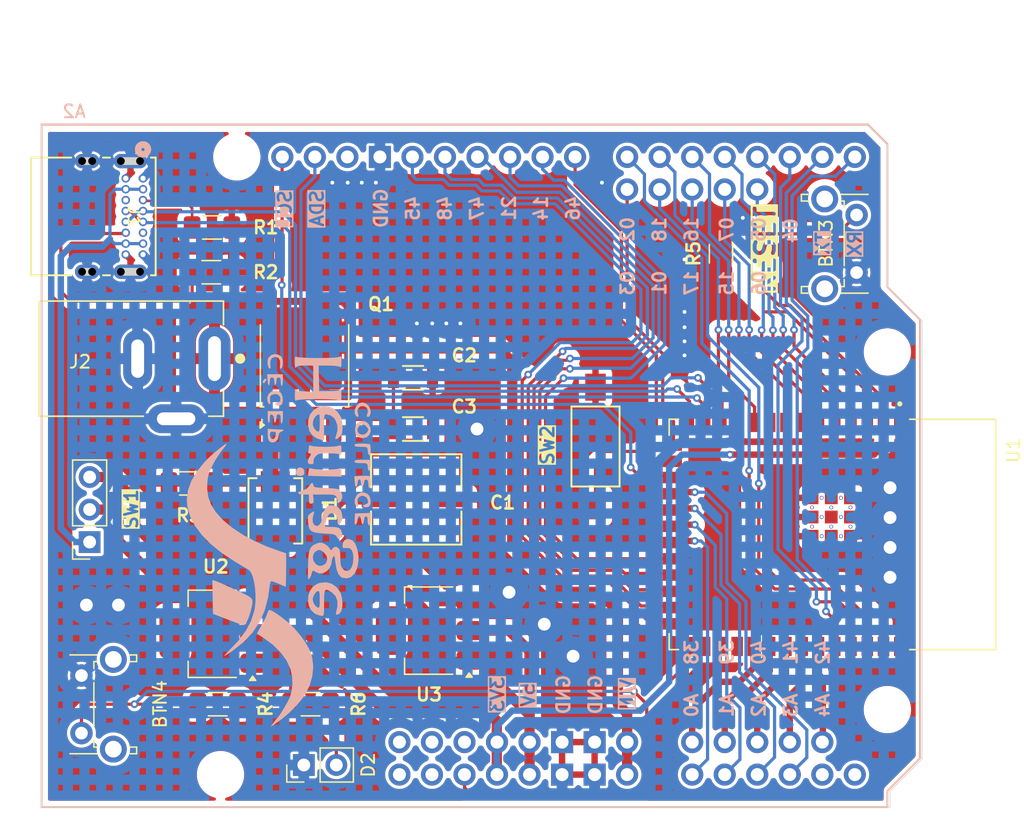
<source format=kicad_pcb>
(kicad_pcb (version 20241229) (generator "pcbnew") (generator_version "9.0")
  (layers (0 "F.Cu" signal) (2 "B.Cu" signal) (13 "F.Paste" user) (15 "B.Paste" user) (5 "F.SilkS" user "F.Silkscreen") (7 "B.SilkS" user "B.Silkscreen") (1 "F.Mask" user) (3 "B.Mask" user) (25 "Edge.Cuts" user))
  (net 0 "")
  (net 1 "+5V")
  (net 2 "+3V3")
  (net 3 "/GPIO7")
  (net 4 "/GPIO4")
  (net 5 "USB_D-")
  (net 7 "/GPIO38")
  (net 8 "/GPIO3")
  (net 9 "/GPIO40")
  (net 10 "/GPIO39")
  (net 11 "/GPIO16")
  (net 12 "/GPIO21")
  (net 13 "/GPIO45")
  (net 14 "/A0")
  (net 15 "/GPIO17")
  (net 16 "/GPIO6")
  (net 18 "/GPIO14")
  (net 19 "/GPIO48")
  (net 20 "/A3")
  (net 22 "/GPIO1")
  (net 23 "/GPIO18")
  (net 24 "/GPIO15")
  (net 26 "/GPIO41")
  (net 27 "/GPIO5")
  (net 28 "/GPIO47")
  (net 29 "/A1")
  (net 30 "/GPIO2")
  (net 31 "/GPIO46")
  (net 32 "/~{RESET}")
  (net 33 "/A2")
  (net 34 "VUSB")
  (net 35 "GND")
  (net 36 "USB_D+")
  (net 38 "/CC1")
  (net 39 "/CC2")
  (net 41 "/G")
  (net 42 "VIN")
  (net 43 "/A4")
  (net 44 "/A5")
  (net 45 "/TX")
  (net 46 "/RX")
  (net 47 "/SDA")
  (net 48 "/SCL")
  (net 49 "VDC")
  (net 50 "/GPIO42")
  (net 52 "Net-(D2-A)")
  (net 53 "Net-(SW1-B)")
  (net 54 "/BOOT")
  (footprint "Alexander Footprint Library:C_CAP_CL31_SAM" (layer "F.Cu") (at 139 119.25)
    (property "Reference" "C2")
    (property "Value" "10uF")
  )
  (footprint "Package_TO_SOT_SMD:TO-252-2" (layer "F.Cu") (at 130.53 118.21 90)
    (property "Reference" "Q1")
    (property "Value" "DMP6180SK3")
  )
  (footprint "Resistor_SMD:R_1206_3216Metric_Pad1.30x1.75mm_HandSolder" (layer "F.Cu") (at 131 144.75)
    (property "Reference" "R6")
    (property "Value" "470")
  )
  (footprint "Alexander Footprint Library:CAP_A765EB_KEM" (layer "F.Cu") (at 139.25 128.75)
    (property "Reference" "C1")
    (property "Value" "100uF")
  )
  (footprint "Alexander Footprint Library:SWITCH_FSMSMTR_TYC" (layer "F.Cu") (at 153.25 129.25 90)
    (property "Reference" "SW2")
    (property "Value" "SW")
  )
  (footprint "Resistor_SMD:R_1206_3216Metric_Pad1.30x1.75mm_HandSolder" (layer "F.Cu") (at 163.05 109.55 90)
    (property "Reference" "R5")
    (property "Value" "10k")
  )
  (footprint "Alexander Footprint Library:Arduino Uno X" (layer "F.Cu") (at 110 152.79)
    (property "Reference" "A2")
    (property "Value" "Arduino_Uno_X_Shield")
    (fp_line (start 0 -53.25) (end 64.5 -53.25) (stroke (width 0.05)) (layer "Edge.Cuts"))
    (fp_line (start 0 0) (end 0 -53.25) (stroke (width 0.05)) (layer "Edge.Cuts"))
    (fp_line (start 64.5 -53.25) (end 66 -51.75) (stroke (width 0.05)) (layer "Edge.Cuts"))
    (fp_line (start 66 -51.75) (end 66 -40.75) (stroke (width 0.05)) (layer "Edge.Cuts"))
    (fp_line (start 66 -40.75) (end 68.75 -38) (stroke (width 0.05)) (layer "Edge.Cuts"))
    (fp_line (start 66.25 -1.25) (end 66.25 0) (stroke (width 0.05)) (layer "Edge.Cuts"))
    (fp_line (start 66.25 0) (end 0 0) (stroke (width 0.05)) (layer "Edge.Cuts"))
    (fp_line (start 68.75 -38) (end 68.75 -3.75) (stroke (width 0.05)) (layer "Edge.Cuts"))
    (fp_line (start 68.75 -3.75) (end 66.25 -1.25) (stroke (width 0.05)) (layer "Edge.Cuts"))
  )
  (footprint "Connector_PinHeader_2.54mm:PinHeader_1x02_P2.54mm_Vertical" (layer "F.Cu") (at 130.475 149.5 90)
    (property "Reference" "D2")
    (property "Value" "LED")
  )
  (footprint "Package_TO_SOT_SMD:SOT-223" (layer "F.Cu") (at 140.25 139 180)
    (property "Reference" "U3")
    (property "Value" "AMS1117-5V")
  )
  (footprint "Resistor_SMD:R_1206_3216Metric_Pad1.30x1.75mm_HandSolder" (layer "F.Cu") (at 123.3 107.5)
    (property "Reference" "R1" (hide yes))
    (property "Value" "5K1")
  )
  (footprint "PinSocker 2.54mm:PinSocket_1x03_P2.54mm_Vertical" (layer "F.Cu") (at 113.75 132.08 180)
    (property "Reference" "SW1")
    (property "Value" "SW_SPDT")
  )
  (footprint "Package_TO_SOT_SMD:SOT-223" (layer "F.Cu") (at 123.35 139.25 180)
    (property "Reference" "U2")
    (property "Value" "LM1117MP-3.3")
  )
  (footprint "Alexander Footprint Library:ESP32-S3-WROOM-2-N32R8V" (layer "F.Cu") (at 171.75 131.485 -90)
    (property "Reference" "U1")
    (property "Value" "ESP32-S3-WROOM-1")
  )
  (footprint "Resistor_SMD:R_1206_3216Metric_Pad1.30x1.75mm_HandSolder" (layer "F.Cu") (at 123.75 144.75 180)
    (property "Reference" "R4")
    (property "Value" "10k")
  )
  (footprint "Alexander Footprint Library:Jack-Barrel_CUI_PJ-002B" (layer "F.Cu") (at 123.5 117.75 180)
    (property "Reference" "J2")
    (property "Value" "Barrel_Jack_Switch")
  )
  (footprint "Button_Switch_THT:SW_Tactile_SPST_Angled_PTS645Vx31-2LFS" (layer "F.Cu") (at 173.6375 106.525 -90)
    (property "Reference" "BTN3")
    (property "Value" "RST")
  )
  (footprint "Button_Switch_THT:SW_Tactile_SPST_Angled_PTS645Vx31-2LFS" (layer "F.Cu") (at 113.11 147.01 90)
    (property "Reference" "BTN4")
    (property "Value" "BOOT")
  )
  (footprint "Alexander Footprint Library:C_CAP_CL31_SAM" (layer "F.Cu") (at 139 123.25 180)
    (property "Reference" "C3")
    (property "Value" "1uF")
  )
  (footprint "Resistor_SMD:R_1206_3216Metric_Pad1.30x1.75mm_HandSolder" (layer "F.Cu") (at 123.25 111)
    (property "Reference" "R2")
    (property "Value" "5K1")
  )
  (footprint "Resistor_SMD:R_1206_3216Metric_Pad1.30x1.75mm_HandSolder" (layer "F.Cu") (at 121.5 127.5 180)
    (property "Reference" "R3")
    (property "Value" "10k")
  )
  (footprint "Alexander Footprint Library:USB-C_GCT CONN16_USB4085-GF-A" (layer "F.Cu") (at 117.917566 103.664444 -90)
    (property "Reference" "J1")
    (property "Value" "USB-C_Receptacle_Data_16P_GCT-USB4085")
    (fp_line (start -1.349985 4.7587) (end -1.349985 3.9713) (stroke (width 0.6096)) (layer "Edge.Cuts"))
    (fp_line (start 7.299985 4.7587) (end 7.299985 3.9713) (stroke (width 0.6096)) (layer "Edge.Cuts"))
    (fp_line (start -1.35 1.729301) (end -1.35 0.230701) (stroke (width 0.6096)) (layer "Edge.Cuts"))
    (fp_line (start 7.299985 1.7293) (end 7.299985 0.2307) (stroke (width 0.6096)) (layer "Edge.Cuts"))
  )
  (footprint "Alexander Footprint Library:ZDO_SMB_DO-214AA_CIP" (layer "F.Cu") (at 128.25 129.6444 90)
    (property "Reference" "D1")
    (property "Value" "MMSZ52xxB")
  )
  (footprint "Alexander Footprint Library:heritage-logo" (layer "B.Cu") (at 128.5 131.5 -90)
    (property "Reference" "TXT1" (hide yes))
    (property "Value" "~" (hide yes))
  )
  (gr_text "RESET" (at 166.5 109.25 90) (layer "F.SilkS" knockout) (effects (font (size 1.5 1.5) (thickness 0.3) (bold yes))))
  (gr_text "R1" (at 127.5 107.5 0) (layer "F.SilkS") (effects (font (size 1 1) (thickness 0.2) (bold yes))))
  (gr_text "46" (at 151.5 106 90) (layer "B.SilkS") (effects (font (size 1 1) (thickness 0.2) (bold yes)) (justify mirror)))
  (gr_text "16   17" (at 160.75 109.75 90) (layer "B.SilkS") (effects (font (size 1 1) (thickness 0.2) (bold yes)) (justify mirror)))
  (gr_text "3V3" (at 145.6 144 90) (layer "B.SilkS" knockout) (effects (font (size 1 1) (thickness 0.2) (bold yes)) (justify mirror)))
  (gr_text "47" (at 144 106 90) (layer "B.SilkS") (effects (font (size 1 1) (thickness 0.2) (bold yes)) (justify mirror)))
  (gr_text "5V" (at 148 143.999999 90) (layer "B.SilkS" knockout) (effects (font (size 1 1) (thickness 0.2) (bold yes)) (justify mirror)))
  (gr_text "07   15" (at 163.5 109.75 90) (layer "B.SilkS") (effects (font (size 1 1) (thickness 0.2) (bold yes)) (justify mirror)))
  (gr_text "GND" (at 150.75 144 90) (layer "B.SilkS") (effects (font (size 1 1) (thickness 0.2) (bold yes)) (justify mirror)))
  (gr_text "SCL" (at 129 106 90) (layer "B.SilkS" knockout) (effects (font (size 1 1) (thickness 0.2) (bold yes)) (justify mirror)))
  (gr_text "02   03" (at 155.75 109.75 90) (layer "B.SilkS") (effects (font (size 1 1) (thickness 0.2) (bold yes)) (justify mirror)))
  (gr_text "05   06" (at 166 109.75 90) (layer "B.SilkS") (effects (font (size 1 1) (thickness 0.2) (bold yes)) (justify mirror)))
  (gr_text "GND" (at 136.5 106 90) (layer "B.SilkS") (effects (font (size 1 1) (thickness 0.2) (bold yes)) (justify mirror)))
  (gr_text "41   A3" (at 168.5 142.75 90) (layer "B.SilkS") (effects (font (size 1 1) (thickness 0.2) (bold yes)) (justify mirror)))
  (gr_text "45" (at 139 106 90) (layer "B.SilkS") (effects (font (size 1 1) (thickness 0.2) (bold yes)) (justify mirror)))
  (gr_text "SDA" (at 131.5 106 90) (layer "B.SilkS" knockout) (effects (font (size 1 1) (thickness 0.2) (bold yes)) (justify mirror)))
  (gr_text "48" (at 141.5 106 90) (layer "B.SilkS") (effects (font (size 1 1) (thickness 0.2) (bold yes)) (justify mirror)))
  (gr_text "21" (at 146.5 106 90) (layer "B.SilkS") (effects (font (size 1 1) (thickness 0.2) (bold yes)) (justify mirror)))
  (gr_text "18   01" (at 158.25 109.75 90) (layer "B.SilkS") (effects (font (size 1 1) (thickness 0.2) (bold yes)) (justify mirror)))
  (gr_text "14" (at 149 106 90) (layer "B.SilkS") (effects (font (size 1 1) (thickness 0.2) (bold yes)) (justify mirror)))
  (gr_text "39   A1" (at 163.5 142.75 90) (layer "B.SilkS") (effects (font (size 1 1) (thickness 0.2) (bold yes)) (justify mirror)))
  (gr_text "TX" (at 171 108.75 90) (layer "B.SilkS" knockout) (effects (font (size 1 1) (thickness 0.2) (bold yes)) (justify mirror)))
  (gr_text "42   A4" (at 171 142.75 90) (layer "B.SilkS") (effects (font (size 1 1) (thickness 0.2) (bold yes)) (justify mirror)))
  (gr_text "40   A2" (at 166 142.75 90) (layer "B.SilkS") (effects (font (size 1 1) (thickness 0.2) (bold yes)) (justify mirror)))
  (gr_text "38   A0" (at 160.75 142.75 90) (layer "B.SilkS") (effects (font (size 1 1) (thickness 0.2) (bold yes)) (justify mirror)))
  (gr_text "VIN" (at 155.75 143.999999 90) (layer "B.SilkS" knockout) (effects (font (size 1 1) (thickness 0.2) (bold yes)) (justify mirror)))
  (gr_text "RX" (at 173.5 108.75 90) (layer "B.SilkS" knockout) (effects (font (size 1 1) (thickness 0.2) (bold yes)) (justify mirror)))
  (gr_text "04" (at 168.5 107.75 90) (layer "B.SilkS") (effects (font (size 1 1) (thickness 0.2) (bold yes)) (justify mirror)))
  (gr_text "GND" (at 153.25 144 90) (layer "B.SilkS") (effects (font (size 1 1) (thickness 0.2) (bold yes)) (justify mirror)))
  (segment (start 148.1 140.6) (end 146.5 139) (width 0.8) (layer "F.Cu") (net 1))
  (segment (start 148.1 145.6) (end 146.25 143.75) (width 0.8) (layer "F.Cu") (net 1))
  (segment (start 148.1 145.6) (end 148.1 140.6) (width 0.8) (layer "F.Cu") (net 1))
  (segment (start 137.25 143.75) (end 130.45 136.95) (width 0.8) (layer "F.Cu") (net 1))
  (segment (start 148.1 147.71) (end 148.1 150.25) (width 0.8) (layer "F.Cu") (net 1))
  (segment (start 130.45 136.95) (end 126.5 136.95) (width 0.8) (layer "F.Cu") (net 1))
  (segment (start 146.5 139) (end 143.4 139) (width 0.8) (layer "F.Cu") (net 1))
  (segment (start 148.1 147.71) (end 148.1 145.6) (width 0.8) (layer "F.Cu") (net 1))
  (segment (start 146.25 143.75) (end 137.25 143.75) (width 0.8) (layer "F.Cu") (net 1))
  (segment (start 175 125.25) (end 175.83 124.42) (width 0.5) (layer "F.Cu") (net 2))
  (segment (start 175.83 124.42) (end 175.83 122.61) (width 0.5) (layer "F.Cu") (net 2))
  (segment (start 175.74 120.899009) (end 175.74 122.735) (width 0.25) (layer "F.Cu") (net 2))
  (segment (start 136.75 145.25) (end 130.75 139.25) (width 0.8) (layer "F.Cu") (net 2))
  (segment (start 145.542 146.042) (end 144.75 145.25) (width 0.8) (layer "F.Cu") (net 2))
  (segment (start 125.3 144.75) (end 129.45 144.75) (width 0.25) (layer "F.Cu") (net 2))
  (segment (start 129.45 144.75) (end 129.45 140.45) (width 0.25) (layer "F.Cu") (net 2))
  (segment (start 167.6 113.6) (end 168.440991 113.6) (width 0.25) (layer "F.Cu") (net 2))
  (segment (start 128.25 139.25) (end 126.5 139.25) (width 0.8) (layer "F.Cu") (net 2))
  (segment (start 145.542 150.368) (end 145.542 146.042) (width 0.8) (layer "F.Cu") (net 2))
  (segment (start 130.75 139.25) (end 128.25 139.25) (width 0.8) (layer "F.Cu") (net 2))
  (segment (start 168.440991 113.6) (end 175.74 120.899009) (width 0.25) (layer "F.Cu") (net 2))
  (segment (start 144.75 145.25) (end 136.75 145.25) (width 0.8) (layer "F.Cu") (net 2))
  (segment (start 163.75 125.25) (end 175 125.25) (width 0.5) (layer "F.Cu") (net 2))
  (segment (start 129.45 140.45) (end 128.25 139.25) (width 0.25) (layer "F.Cu") (net 2))
  (segment (start 163.05 110.6) (end 163.05 110.3) (width 0.25) (layer "F.Cu") (net 2))
  (segment (start 166.5 112.5) (end 167.6 113.6) (width 0.25) (layer "F.Cu") (net 2))
  (via (at 163.75 125.25) (size 0.6) (drill 0.3) (layers "F.Cu" "B.Cu") (net 2))
  (segment (start 145.56 147.71) (end 145.542 147.728) (width 0.5) (layer "B.Cu") (net 2))
  (segment (start 145.56 146.44) (end 145.56 147.71) (width 0.5) (layer "B.Cu") (net 2))
  (segment (start 159 143) (end 156.75 145.25) (width 0.5) (layer "B.Cu") (net 2))
  (segment (start 159 126.25) (end 159 143) (width 0.5) (layer "B.Cu") (net 2))
  (segment (start 145.542 147.728) (end 145.542 150.368) (width 0.5) (layer "B.Cu") (net 2))
  (segment (start 146.75 145.25) (end 145.56 146.44) (width 0.5) (layer "B.Cu") (net 2))
  (segment (start 156.75 145.25) (end 146.75 145.25) (width 0.5) (layer "B.Cu") (net 2))
  (segment (start 163.75 125.25) (end 160 125.25) (width 0.5) (layer "B.Cu") (net 2))
  (segment (start 160 125.25) (end 159 126.25) (width 0.5) (layer "B.Cu") (net 2))
  (segment (start 169.48 120.48) (end 166.224101 117.224101) (width 0.25) (layer "F.Cu") (net 3))
  (segment (start 169.48 122.61) (end 169.48 120.48) (width 0.25) (layer "F.Cu") (net 3))
  (segment (start 166.224101 117.224101) (end 166.224101 115.525899) (width 0.25) (layer "F.Cu") (net 3))
  (via (at 166.224101 115.525899) (size 0.6) (drill 0.3) (layers "F.Cu" "B.Cu") (net 3))
  (segment (start 164.6914 103.3414) (end 164.6914 105.402796) (width 0.25) (layer "B.Cu") (net 3))
  (segment (start 166.35 115.4) (end 166.224101 115.525899) (width 0.25) (layer "B.Cu") (net 3))
  (segment (start 166.224101 115.525899) (end 166.25 115.5) (width 0.25) (layer "B.Cu") (net 3))
  (segment (start 166.35 107.061396) (end 166.35 115.4) (width 0.25) (layer "B.Cu") (net 3))
  (segment (start 164.6914 105.402796) (end 166.35 107.061396) (width 0.25) (layer "B.Cu") (net 3))
  (segment (start 163.34 101.99) (end 164.6914 103.3414) (width 0.25) (layer "B.Cu") (net 3))
  (segment (start 168.75 116.78015) (end 173.29 121.32015) (width 0.25) (layer "F.Cu") (net 4))
  (segment (start 168.75 115.5) (end 168.75 116.78015) (width 0.25) (layer "F.Cu") (net 4))
  (segment (start 173.29 121.32015) (end 173.29 122.61) (width 0.25) (layer "F.Cu") (net 4))
  (via (at 168.75 115.5) (size 0.6) (drill 0.3) (layers "F.Cu" "B.Cu") (net 4))
  (segment (start 168.365041 102.144959) (end 168.402 102.108) (width 0.5) (layer "B.Cu") (net 4))
  (segment (start 167.7 104.4) (end 167.7 113.563604) (width 0.25) (layer "B.Cu") (net 4))
  (segment (start 167.7 113.563604) (end 168.75 114.613604) (width 0.25) (layer "B.Cu") (net 4))
  (segment (start 168.42 101.99) (end 168.42 103.68) (width 0.25) (layer "B.Cu") (net 4))
  (segment (start 168.42 103.68) (end 167.7 104.4) (width 0.25) (layer "B.Cu") (net 4))
  (segment (start 168.75 114.613604) (end 168.75 115.5) (width 0.25) (layer "B.Cu") (net 4))
  (segment (start 117.840974 107.124445) (end 117.917566 107.124445) (width 0.25) (layer "F.Cu") (net 5))
  (segment (start 116.567566 106.274444) (end 116.990973 106.274444) (width 0.25) (layer "F.Cu") (net 5))
  (segment (start 116.990973 106.274444) (end 117.840974 107.124445) (width 0.25) (layer "F.Cu") (net 5))
  (segment (start 161.86 121.52) (end 161.86 122.61) (width 0.25) (layer "F.Cu") (net 5))
  (segment (start 161.17 120.83) (end 161.86 121.52) (width 0.25) (layer "F.Cu") (net 5))
  (via (at 161.17 120.83) (size 0.6) (drill 0.3) (layers "F.Cu" "B.Cu") (net 5))
  (segment (start 129.375 107.875) (end 128.624445 107.124445) (width 0.25) (layer "B.Cu") (net 5))
  (segment (start 129.375 118.362437) (end 129.375 107.875) (width 0.25) (layer "B.Cu") (net 5))
  (segment (start 128.624445 107.124445) (end 117.917566 107.124445) (width 0.25) (layer "B.Cu") (net 5))
  (segment (start 131.762563 120.75) (end 129.375 118.362437) (width 0.25) (layer "B.Cu") (net 5))
  (segment (start 161.17 120.83) (end 161.09 120.75) (width 0.25) (layer "B.Cu") (net 5))
  (segment (start 161.09 120.75) (end 131.762563 120.75) (width 0.25) (layer "B.Cu") (net 5))
  (segment (start 164.5 143) (end 165.58 141.92) (width 0.5) (layer "F.Cu") (net 7))
  (segment (start 163 143) (end 164.5 143) (width 0.5) (layer "F.Cu") (net 7))
  (segment (start 160.8 147.71) (end 160.8 145.2) (width 0.5) (layer "F.Cu") (net 7))
  (segment (start 160.8 145.2) (end 163 143) (width 0.5) (layer "F.Cu") (net 7))
  (segment (start 165.58 141.92) (end 165.58 140.235) (width 0.5) (layer "F.Cu") (net 7))
  (segment (start 158.5 121.8125) (end 158.5 117.363604) (width 0.25) (layer "F.Cu") (net 8))
  (segment (start 159.34 124.375) (end 159.34 122.6525) (width 0.25) (layer "F.Cu") (net 8))
  (segment (start 155.72 114.583604) (end 155.72 104.53) (width 0.25) (layer "F.Cu") (net 8))
  (segment (start 159.34 122.6525) (end 158.5 121.8125) (width 0.25) (layer "F.Cu") (net 8))
  (segment (start 158.5 117.363604) (end 155.72 114.583604) (width 0.25) (layer "F.Cu") (net 8))
  (segment (start 165.88 144.62) (end 168.12 142.38) (width 0.5) (layer "F.Cu") (net 9))
  (segment (start 165.88 147.71) (end 165.88 144.62) (width 0.5) (layer "F.Cu") (net 9))
  (segment (start 168.12 142.38) (end 168.12 140.235) (width 0.5) (layer "F.Cu") (net 9))
  (segment (start 163.34 147.71) (end 163.34 144.66) (width 0.5) (layer "F.Cu") (net 10))
  (segment (start 165.3 143.7) (end 166.85 142.15) (width 0.5) (layer "F.Cu") (net 10))
  (segment (start 164.3 143.7) (end 165.3 143.7) (width 0.5) (layer "F.Cu") (net 10))
  (segment (start 166.85 142.15) (end 166.85 140.235) (width 0.5) (layer "F.Cu") (net 10))
  (segment (start 163.34 144.66) (end 164.3 143.7) (width 0.5) (layer "F.Cu") (net 10))
  (segment (start 164.449997 115.5) (end 164.449997 117.449997) (width 0.25) (layer "F.Cu") (net 11))
  (segment (start 164.449997 117.449997) (end 166.94 119.94) (width 0.25) (layer "F.Cu") (net 11))
  (segment (start 166.94 119.94) (end 166.94 122.61) (width 0.25) (layer "F.Cu") (net 11))
  (via (at 164.449997 115.5) (size 0.6) (drill 0.3) (layers "F.Cu" "B.Cu") (net 11))
  (segment (start 164.449997 110.290809) (end 164.449997 115.5) (width 0.25) (layer "B.Cu") (net 11))
  (segment (start 162.1514 107.992212) (end 164.449997 110.290809) (width 0.25) (layer "B.Cu") (net 11))
  (segment (start 160.8 101.99) (end 162.1514 103.3414) (width 0.25) (layer "B.Cu") (net 11))
  (segment (start 164.449997 115.5) (end 164.5 115.449997) (width 0.5) (layer "B.Cu") (net 11))
  (segment (start 162.1514 103.3414) (end 162.1514 107.992212) (width 0.25) (layer "B.Cu") (net 11))
  (segment (start 148.9 131.144975) (end 151.595025 133.84) (width 0.25) (layer "F.Cu") (net 12))
  (segment (start 155.535 134.535) (end 159.34 134.535) (width 0.25) (layer "F.Cu") (net 12))
  (segment (start 154.84 133.84) (end 155.535 134.535) (width 0.25) (layer "F.Cu") (net 12))
  (segment (start 148.9 120.241116) (end 148.9 131.144975) (width 0.25) (layer "F.Cu") (net 12))
  (segment (start 151.249839 118.541048) (end 150.600068 118.541048) (width 0.25) (layer "F.Cu") (net 12))
  (segment (start 150.600068 118.541048) (end 148.9 120.241116) (width 0.25) (layer "F.Cu") (net 12))
  (segment (start 151.595025 133.84) (end 154.84 133.84) (width 0.25) (layer "F.Cu") (net 12))
  (via (at 151.249839 118.541048) (size 0.6) (drill 0.3) (layers "F.Cu" "B.Cu") (net 12))
  (segment (start 158.2 111.836396) (end 150.613604 104.25) (width 0.25) (layer "B.Cu") (net 12))
  (segment (start 146.576 103.576) (end 146.576 101.99) (width 0.25) (layer "B.Cu") (net 12))
  (segment (start 151.249839 118.541048) (end 151.290887 118.5) (width 0.25) (layer "B.Cu") (net 12))
  (segment (start 147.25 104.25) (end 146.576 103.576) (width 0.25) (layer "B.Cu") (net 12))
  (segment (start 150.613604 104.25) (end 147.25 104.25) (width 0.25) (layer "B.Cu") (net 12))
  (segment (start 151.290887 118.5) (end 156.009188 118.5) (width 0.25) (layer "B.Cu") (net 12))
  (segment (start 156.009188 118.5) (end 158.2 116.309188) (width 0.25) (layer "B.Cu") (net 12))
  (segment (start 158.2 116.309188) (end 158.2 111.836396) (width 0.25) (layer "B.Cu") (net 12))
  (segment (start 154.280812 135.19) (end 157.435812 138.345) (width 0.25) (layer "F.Cu") (net 13))
  (segment (start 147.525 119.45944) (end 147.525 131.679163) (width 0.25) (layer "F.Cu") (net 13))
  (segment (start 157.435812 138.345) (end 159.34 138.345) (width 0.25) (layer "F.Cu") (net 13))
  (segment (start 147.525 131.679163) (end 151.035837 135.19) (width 0.25) (layer "F.Cu") (net 13))
  (segment (start 147.99222 118.99222) (end 147.525 119.45944) (width 0.25) (layer "F.Cu") (net 13))
  (segment (start 151.035837 135.19) (end 154.280812 135.19) (width 0.25) (layer "F.Cu") (net 13))
  (via (at 147.99222 118.99222) (size 0.6) (drill 0.3) (layers "F.Cu" "B.Cu") (net 13))
  (segment (start 145.740812 104.65) (end 144.377208 104.65) (width 0.25) (layer "B.Cu") (net 13))
  (segment (start 147.99222 118.99222) (end 150.056332 116.928108) (width 0.25) (layer "B.Cu") (net 13))
  (segment (start 150.056332 116.922507) (end 150.478839 116.5) (width 0.25) (layer "B.Cu") (net 13))
  (segment (start 138.956 103.456) (end 138.956 101.99) (width 0.25) (layer "B.Cu") (net 13))
  (segment (start 139.25 103.75) (end 138.956 103.456) (width 0.25) (layer "B.Cu") (net 13))
  (segment (start 150.056332 116.928108) (end 150.056332 116.922507) (width 0.25) (layer "B.Cu") (net 13))
  (segment (start 150.478839 116.5) (end 156.1 116.5) (width 0.25) (layer "B.Cu") (net 13))
  (segment (start 156.1 116.5) (end 156.8 115.8) (width 0.25) (layer "B.Cu") (net 13))
  (segment (start 146.740812 105.65) (end 145.740812 104.65) (width 0.25) (layer "B.Cu") (net 13))
  (segment (start 156.8 115.8) (end 156.8 112.345584) (width 0.25) (layer "B.Cu") (net 13))
  (segment (start 150.104416 105.65) (end 146.740812 105.65) (width 0.25) (layer "B.Cu") (net 13))
  (segment (start 141.363604 103.75) (end 139.25 103.75) (width 0.25) (layer "B.Cu") (net 13))
  (segment (start 144.377208 104.65) (end 143.927208 104.2) (width 0.25) (layer "B.Cu") (net 13))
  (segment (start 143.927208 104.2) (end 141.813604 104.2) (width 0.25) (layer "B.Cu") (net 13))
  (segment (start 141.813604 104.2) (end 141.363604 103.75) (width 0.25) (layer "B.Cu") (net 13))
  (segment (start 156.8 112.345584) (end 150.104416 105.65) (width 0.25) (layer "B.Cu") (net 13))
  (segment (start 160.995 131.995) (end 159.34 131.995) (width 0.5) (layer "F.Cu") (net 14))
  (via (at 160.995 131.995) (size 0.6) (drill 0.3) (layers "F.Cu" "B.Cu") (net 14))
  (segment (start 162 132.5) (end 161.495 131.995) (width 0.25) (layer "B.Cu") (net 14))
  (segment (start 161.495 131.995) (end 160.995 131.995) (width 0.25) (layer "B.Cu") (net 14))
  (segment (start 162 149.05) (end 162 132.5) (width 0.25) (layer "B.Cu") (net 14))
  (segment (start 160.8 150.25) (end 162 149.05) (width 0.25) (layer "B.Cu") (net 14))
  (segment (start 163.649994 119.513598) (end 165.67 121.533604) (width 0.25) (layer "F.Cu") (net 15))
  (segment (start 163.649994 115.5) (end 163.649994 119.513598) (width 0.25) (layer "F.Cu") (net 15))
  (segment (start 163.552205 115.597789) (end 163.649994 115.5) (width 0.25) (layer "F.Cu") (net 15))
  (segment (start 165.67 121.533604) (end 165.67 122.61) (width 0.25) (layer "F.Cu") (net 15))
  (via (at 163.649994 115.5) (size 0.6) (drill 0.3) (layers "F.Cu" "B.Cu") (net 15))
  (segment (start 160.8 107.277208) (end 163.649994 110.127202) (width 0.25) (layer "B.Cu") (net 15))
  (segment (start 163.649994 110.127202) (end 163.649994 115.5) (width 0.25) (layer "B.Cu") (net 15))
  (segment (start 160.8 104.53) (end 160.8 107.277208) (width 0.25) (layer "B.Cu") (net 15))
  (segment (start 170.75 120.76005) (end 167.106801 117.116851) (width 0.25) (layer "F.Cu") (net 16))
  (segment (start 167.106801 117.116851) (end 167.106801 115.52604) (width 0.25) (layer "F.Cu") (net 16))
  (segment (start 170.75 122.61) (end 170.75 120.76005) (width 0.25) (layer "F.Cu") (net 16))
  (via (at 167.106801 115.52604) (size 0.6) (drill 0.3) (layers "F.Cu" "B.Cu") (net 16))
  (segment (start 166.8 114.2) (end 167.106801 114.506801) (width 0.25) (layer "B.Cu") (net 16))
  (segment (start 165.88 105.955) (end 166.8 106.875) (width 0.25) (layer "B.Cu") (net 16))
  (segment (start 165.88 104.53) (end 165.88 105.955) (width 0.25) (layer "B.Cu") (net 16))
  (segment (start 167.106801 115.52604) (end 167 115.419239) (width 0.25) (layer "B.Cu") (net 16))
  (segment (start 167.106801 114.506801) (end 167.106801 115.52604) (width 0.25) (layer "B.Cu") (net 16))
  (segment (start 166.8 106.875) (end 166.8 114.2) (width 0.25) (layer "B.Cu") (net 16))
  (segment (start 151.781421 133.39) (end 149.35 130.958579) (width 0.25) (layer "F.Cu") (net 18))
  (segment (start 149.35 130.958579) (end 149.35 120.675) (width 0.25) (layer "F.Cu") (net 18))
  (segment (start 149.35 120.675) (end 150.75 119.275) (width 0.25) (layer "F.Cu") (net 18))
  (segment (start 159.25 133.39) (end 151.781421 133.39) (width 0.25) (layer "F.Cu") (net 18))
  (via (at 150.75 119.275) (size 0.6) (drill 0.3) (layers "F.Cu" "B.Cu") (net 18))
  (segment (start 158.65 111.65) (end 150.8 103.8) (width 0.25) (layer "B.Cu") (net 18))
  (segment (start 150.75 119.275) (end 156.025 119.275) (width 0.25) (layer "B.Cu") (net 18))
  (segment (start 149.116 102.943208) (end 149.116 101.99) (width 0.25) (layer "B.Cu") (net 18))
  (segment (start 156.025 119.275) (end 158.65 116.65) (width 0.25) (layer "B.Cu") (net 18))
  (segment (start 158.65 116.65) (end 158.65 111.65) (width 0.25) (layer "B.Cu") (net 18))
  (segment (start 150.8 103.8) (end 149.972792 103.8) (width 0.25) (layer "B.Cu") (net 18))
  (segment (start 149.972792 103.8) (end 149.116 102.943208) (width 0.25) (layer "B.Cu") (net 18))
  (segment (start 148 119.868324) (end 148 131.517767) (width 0.25) (layer "F.Cu") (net 19))
  (segment (start 150.681332 117.181391) (end 150.681332 117.186992) (width 0.25) (layer "F.Cu") (net 19))
  (segment (start 148 131.517767) (end 151.222233 134.74) (width 0.25) (layer "F.Cu") (net 19))
  (segment (start 154.467208 134.74) (end 156.802208 137.075) (width 0.25) (layer "F.Cu") (net 19))
  (segment (start 156.802208 137.075) (end 159.34 137.075) (width 0.25) (layer "F.Cu") (net 19))
  (segment (start 151.222233 134.74) (end 154.467208 134.74) (width 0.25) (layer "F.Cu") (net 19))
  (segment (start 150.681332 117.186992) (end 148 119.868324) (width 0.25) (layer "F.Cu") (net 19))
  (via (at 150.681332 117.181391) (size 0.6) (drill 0.3) (layers "F.Cu" "B.Cu") (net 19))
  (segment (start 142 103.75) (end 141.496 103.246) (width 0.25) (layer "B.Cu") (net 19))
  (segment (start 144.563604 104.2) (end 144.113604 103.75) (width 0.25) (layer "B.Cu") (net 19))
  (segment (start 141.496 103.246) (end 141.496 101.99) (width 0.25) (layer "B.Cu") (net 19))
  (segment (start 156.286396 116.95) (end 157.3 115.936396) (width 0.25) (layer "B.Cu") (net 19))
  (segment (start 150.290812 105.2) (end 146.927208 105.2) (width 0.25) (layer "B.Cu") (net 19))
  (segment (start 145.927208 104.2) (end 144.563604 104.2) (width 0.25) (layer "B.Cu") (net 19))
  (segment (start 150.681332 117.181391) (end 150.912723 116.95) (width 0.25) (layer "B.Cu") (net 19))
  (segment (start 150.912723 116.95) (end 156.286396 116.95) (width 0.25) (layer "B.Cu") (net 19))
  (segment (start 157.3 115.936396) (end 157.3 112.209188) (width 0.25) (layer "B.Cu") (net 19))
  (segment (start 157.3 112.209188) (end 150.290812 105.2) (width 0.25) (layer "B.Cu") (net 19))
  (segment (start 144.113604 103.75) (end 142 103.75) (width 0.25) (layer "B.Cu") (net 19))
  (segment (start 146.927208 105.2) (end 145.927208 104.2) (width 0.25) (layer "B.Cu") (net 19))
  (segment (start 161 128.185) (end 159.34 128.185) (width 0.5) (layer "F.Cu") (net 20))
  (via (at 161 128.185) (size 0.6) (drill 0.3) (layers "F.Cu" "B.Cu") (net 20))
  (segment (start 169.75 146.75) (end 165 142) (width 0.25) (layer "B.Cu") (net 20))
  (segment (start 165 142) (end 165 136.75) (width 0.25) (layer "B.Cu") (net 20))
  (segment (start 165 136.75) (end 163.5 135.25) (width 0.25) (layer "B.Cu") (net 20))
  (segment (start 161.821396 128.185) (end 161 128.185) (width 0.25) (layer "B.Cu") (net 20))
  (segment (start 169.75 148.92) (end 169.75 146.75) (width 0.25) (layer "B.Cu") (net 20))
  (segment (start 163.5 135.25) (end 163.5 129.863604) (width 0.25) (layer "B.Cu") (net 20))
  (segment (start 168.42 150.25) (end 169.75 148.92) (width 0.25) (layer "B.Cu") (net 20))
  (segment (start 163.5 129.863604) (end 161.821396 128.185) (width 0.25) (layer "B.Cu") (net 20))
  (segment (start 172.53995 135.05) (end 175.83 138.34005) (width 0.25) (layer "F.Cu") (net 22))
  (segment (start 166 127.5) (end 166 133.5) (width 0.25) (layer "F.Cu") (net 22))
  (segment (start 175.83 138.34005) (end 175.83 140.11) (width 0.25) (layer "F.Cu") (net 22))
  (segment (start 166 133.5) (end 167.55 135.05) (width 0.25) (layer "F.Cu") (net 22))
  (segment (start 167.55 135.05) (end 172.53995 135.05) (width 0.25) (layer "F.Cu") (net 22))
  (via (at 166 127.5) (size 0.6) (drill 0.3) (layers "F.Cu" "B.Cu") (net 22))
  (segment (start 162 109.75) (end 158.26 106.01) (width 0.25) (layer "B.Cu") (net 22))
  (segment (start 166 120) (end 162 116) (width 0.25) (layer "B.Cu") (net 22))
  (segment (start 166 127.5) (end 166 120) (width 0.25) (layer "B.Cu") (net 22))
  (segment (start 162 116) (end 162 109.75) (width 0.25) (layer "B.Cu") (net 22))
  (segment (start 158.26 106.01) (end 158.26 104.53) (width 0.25) (layer "B.Cu") (net 22))
  (segment (start 162.849991 115.5) (end 162.849991 119.349991) (width 0.25) (layer "F.Cu") (net 23))
  (segment (start 162.849991 119.349991) (end 164.4 120.9) (width 0.25) (layer "F.Cu") (net 23))
  (segment (start 164.4 120.9) (end 164.4 122.61) (width 0.25) (layer "F.Cu") (net 23))
  (via (at 162.849991 115.5) (size 0.6) (drill 0.3) (layers "F.Cu" "B.Cu") (net 23))
  (segment (start 159.4486 106.562204) (end 162.849991 109.963595) (width 0.25) (layer "B.Cu") (net 23))
  (segment (start 158.26 101.99) (end 159.4486 103.1786) (width 0.25) (layer "B.Cu") (net 23))
  (segment (start 162.849991 109.963595) (end 162.849991 115.5) (width 0.25) (layer "B.Cu") (net 23))
  (segment (start 159.4486 103.1786) (end 159.4486 106.562204) (width 0.25) (layer "B.Cu") (net 23))
  (segment (start 165.25 117.25) (end 165.25 115.5) (width 0.25) (layer "F.Cu") (net 24))
  (segment (start 168.21 122.61) (end 168.21 120.21) (width 0.25) (layer "F.Cu") (net 24))
  (segment (start 168.21 120.21) (end 165.25 117.25) (width 0.25) (layer "F.Cu") (net 24))
  (via (at 165.25 115.5) (size 0.6) (drill 0.3) (layers "F.Cu" "B.Cu") (net 24))
  (segment (start 163.34 104.53) (end 163.34 108.544416) (width 0.25) (layer "B.Cu") (net 24))
  (segment (start 163.34 108.544416) (end 165.25 110.454416) (width 0.25) (layer "B.Cu") (net 24))
  (segment (start 165.25 110.454416) (end 165.25 115.5) (width 0.25) (layer "B.Cu") (net 24))
  (segment (start 169.39 143.11) (end 169.39 140.235) (width 0.5) (layer "F.Cu") (net 26))
  (segment (start 168.42 147.71) (end 168.42 144.08) (width 0.5) (layer "F.Cu") (net 26))
  (segment (start 168.42 144.08) (end 169.39 143.11) (width 0.5) (layer "F.Cu") (net 26))
  (segment (start 167.906771 116.926871) (end 172.02 121.0401) (width 0.25) (layer "F.Cu") (net 27))
  (segment (start 167.906771 115.5) (end 167.906771 116.926871) (width 0.25) (layer "F.Cu") (net 27))
  (segment (start 172.02 121.0401) (end 172.02 122.61) (width 0.25) (layer "F.Cu") (net 27))
  (via (at 167.906771 115.5) (size 0.6) (drill 0.3) (layers "F.Cu" "B.Cu") (net 27))
  (segment (start 167.906771 114.406771) (end 167.906771 115.5) (width 0.25) (layer "B.Cu") (net 27))
  (segment (start 165.862 102.35195) (end 165.862 102.108) (width 0.5) (layer "B.Cu") (net 27))
  (segment (start 167.25 113.75) (end 167.906771 114.406771) (width 0.25) (layer "B.Cu") (net 27))
  (segment (start 167.25 103.36) (end 167.25 113.75) (width 0.25) (layer "B.Cu") (net 27))
  (segment (start 165.88 101.99) (end 167.25 103.36) (width 0.25) (layer "B.Cu") (net 27))
  (segment (start 151.252983 117.741051) (end 151.119034 117.875) (width 0.25) (layer "F.Cu") (net 28))
  (segment (start 144 102.026) (end 144.036 101.99) (width 0.25) (layer "F.Cu") (net 28))
  (segment (start 148.45 131.331371) (end 151.408629 134.29) (width 0.25) (layer "F.Cu") (net 28))
  (segment (start 150.62972 117.875) (end 148.45 120.05472) (width 0.25) (layer "F.Cu") (net 28))
  (segment (start 148.45 120.05472) (end 148.45 131.331371) (width 0.25) (layer "F.Cu") (net 28))
  (segment (start 151.408629 134.29) (end 154.653604 134.29) (width 0.25) (layer "F.Cu") (net 28))
  (segment (start 151.119034 117.875) (end 150.62972 117.875) (width 0.25) (layer "F.Cu") (net 28))
  (segment (start 156.168604 135.805) (end 159.34 135.805) (width 0.25) (layer "F.Cu") (net 28))
  (segment (start 154.653604 134.29) (end 156.168604 135.805) (width 0.25) (layer "F.Cu") (net 28))
  (via (at 151.252983 117.741051) (size 0.6) (drill 0.3) (layers "F.Cu" "B.Cu") (net 28))
  (segment (start 156.131741 117.741051) (end 157.75 116.122792) (width 0.25) (layer "B.Cu") (net 28))
  (segment (start 150.477208 104.75) (end 147.113604 104.75) (width 0.25) (layer "B.Cu") (net 28))
  (segment (start 151.252983 117.741051) (end 156.131741 117.741051) (width 0.25) (layer "B.Cu") (net 28))
  (segment (start 157.75 112.022792) (end 150.477208 104.75) (width 0.25) (layer "B.Cu") (net 28))
  (segment (start 147.113604 104.75) (end 144.353604 101.99) (width 0.25) (layer "B.Cu") (net 28))
  (segment (start 157.75 116.122792) (end 157.75 112.022792) (width 0.25) (layer "B.Cu") (net 28))
  (segment (start 144.353604 101.99) (end 144.036 101.99) (width 0.25) (layer "B.Cu") (net 28))
  (segment (start 161 130.725) (end 159.34 130.725) (width 0.5) (layer "F.Cu") (net 29))
  (via (at 161 130.725) (size 0.6) (drill 0.3) (layers "F.Cu" "B.Cu") (net 29))
  (segment (start 163.5 136.522792) (end 162.6 135.622792) (width 0.25) (layer "B.Cu") (net 29))
  (segment (start 163.5 144) (end 163.5 136.522792) (width 0.25) (layer "B.Cu") (net 29))
  (segment (start 163.34 150.25) (end 164.5286 149.0614) (width 0.25) (layer "B.Cu") (net 29))
  (segment (start 162.6 135.622792) (end 162.6 132.325) (width 0.25) (layer "B.Cu") (net 29))
  (segment (start 164.5286 149.0614) (end 164.5286 145.0286) (width 0.25) (layer "B.Cu") (net 29))
  (segment (start 164.5286 145.0286) (end 163.5 144) (width 0.25) (layer "B.Cu") (net 29))
  (segment (start 162.6 132.325) (end 161 130.725) (width 0.25) (layer "B.Cu") (net 29))
  (segment (start 165.25 126.5) (end 165.25 133.75) (width 0.25) (layer "F.Cu") (net 30))
  (segment (start 172.25 135.75) (end 174.56 138.06) (width 0.25) (layer "F.Cu") (net 30))
  (segment (start 165.25 133.75) (end 167.25 135.75) (width 0.25) (layer "F.Cu") (net 30))
  (segment (start 167.25 135.75) (end 172.25 135.75) (width 0.25) (layer "F.Cu") (net 30))
  (segment (start 174.56 138.06) (end 174.56 140.11) (width 0.25) (layer "F.Cu") (net 30))
  (via (at 165.25 126.5) (size 0.6) (drill 0.3) (layers "F.Cu" "B.Cu") (net 30))
  (segment (start 155.72 101.99) (end 157.0714 103.3414) (width 0.25) (layer "B.Cu") (net 30))
  (segment (start 161.55 116.55) (end 165.25 120.25) (width 0.25) (layer "B.Cu") (net 30))
  (segment (start 157.0714 103.3414) (end 157.0714 105.457796) (width 0.25) (layer "B.Cu") (net 30))
  (segment (start 161.55 109.936396) (end 161.55 116.55) (width 0.25) (layer "B.Cu") (net 30))
  (segment (start 165.25 120.25) (end 165.25 126.5) (width 0.25) (layer "B.Cu") (net 30))
  (segment (start 157.0714 105.457796) (end 161.55 109.936396) (width 0.25) (layer "B.Cu") (net 30))
  (segment (start 151.656 101.99) (end 151.656 104.156) (width 0.25) (layer "F.Cu") (net 31))
  (segment (start 154 125) (end 153.25 125.75) (width 0.25) (layer "F.Cu") (net 31))
  (segment (start 155.27 114.77) (end 158 117.5) (width 0.25) (layer "F.Cu") (net 31))
  (segment (start 158 123.5) (end 156.5 125) (width 0.25) (layer "F.Cu") (net 31))
  (segment (start 157.895 125.645) (end 157.25 125) (width 0.25) (layer "F.Cu") (net 31))
  (segment (start 157.25 125) (end 156.5 125) (width 0.25) (layer "F.Cu") (net 31))
  (segment (start 158 117.5) (end 158 123.5) (width 0.25) (layer "F.Cu") (net 31))
  (segment (start 156.5 125) (end 154 125) (width 0.25) (layer "F.Cu") (net 31))
  (segment (start 153.25 125.75) (end 153.25 129.25) (width 0.25) (layer "F.Cu") (net 31))
  (segment (start 151.656 104.156) (end 155.27 107.77) (width 0.25) (layer "F.Cu") (net 31))
  (segment (start 159.34 125.645) (end 157.895 125.645) (width 0.25) (layer "F.Cu") (net 31))
  (segment (start 155.27 107.77) (end 155.27 114.77) (width 0.25) (layer "F.Cu") (net 31))
  (segment (start 172.1625 108) (end 163.05 108) (width 0.25) (layer "F.Cu") (net 32))
  (segment (start 174.56 122.61) (end 174.56 120.426115) (width 0.25) (layer "F.Cu") (net 32))
  (segment (start 173.6375 106.525) (end 172.1625 108) (width 0.25) (layer "F.Cu") (net 32))
  (segment (start 168.233885 114.1) (end 166.55 114.1) (width 0.25) (layer "F.Cu") (net 32))
  (segment (start 174.56 120.426115) (end 168.233885 114.1) (width 0.25) (layer "F.Cu") (net 32))
  (segment (start 161 129.455) (end 159.34 129.455) (width 0.5) (layer "F.Cu") (net 33))
  (via (at 161 129.455) (size 0.6) (drill 0.3) (layers "F.Cu" "B.Cu") (net 33))
  (segment (start 163.05 135.436396) (end 163.05 131.505) (width 0.25) (layer "B.Cu") (net 33))
  (segment (start 165.88 150.25) (end 167.2314 148.8986) (width 0.25) (layer "B.Cu") (net 33))
  (segment (start 163.05 131.505) (end 161 129.455) (width 0.25) (layer "B.Cu") (net 33))
  (segment (start 164.5 136.886396) (end 163.05 135.436396) (width 0.25) (layer "B.Cu") (net 33))
  (segment (start 167.2314 148.8986) (end 167.2314 144.9814) (width 0.25) (layer "B.Cu") (net 33))
  (segment (start 167.2314 144.9814) (end 164.5 142.25) (width 0.25) (layer "B.Cu") (net 33))
  (segment (start 164.5 142.25) (end 164.5 136.886396) (width 0.25) (layer "B.Cu") (net 33))
  (segment (start 115.69 108.764444) (end 115.337778 108.412222) (width 0.25) (layer "B.Cu") (net 34))
  (segment (start 111.5 131) (end 112.58 132.08) (width 0.5) (layer "B.Cu") (net 34))
  (segment (start 117.857566 108.764444) (end 115.69 108.764444) (width 0.25) (layer "B.Cu") (net 34))
  (segment (start 111.5 109.75) (end 111.5 131) (width 0.5) (layer "B.Cu") (net 34))
  (segment (start 112.58 132.08) (end 113.75 132.08) (width 0.5) (layer "B.Cu") (net 34))
  (segment (start 112.25 109) (end 111.5 109.75) (width 0.5) (layer "B.Cu") (net 34))
  (segment (start 114.75 109) (end 112.25 109) (width 0.5) (layer "B.Cu") (net 34))
  (segment (start 115.337778 104.912222) (end 115.337778 108.412222) (width 0.25) (layer "B.Cu") (net 34))
  (segment (start 117.917566 104.514445) (end 115.735555 104.514445) (width 0.25) (layer "B.Cu") (net 34))
  (segment (start 115.337778 108.412222) (end 114.75 109) (width 0.5) (layer "B.Cu") (net 34))
  (segment (start 115.735555 104.514445) (end 115.337778 104.912222) (width 0.25) (layer "B.Cu") (net 34))
  (via (at 160.2 116.4) (size 0.6) (drill 0.3) (layers "F.Cu" "B.Cu") (net 35))
  (via (at 142.7 115) (size 0.6) (drill 0.3) (layers "F.Cu" "B.Cu") (net 35))
  (via (at 160.2 115.3) (size 0.6) (drill 0.3) (layers "F.Cu" "B.Cu") (net 35))
  (via (at 149.25 138.5) (size 1.5) (drill 1) (layers "F.Cu" "B.Cu") (net 35))
  (via (at 133.9 104) (size 0.6) (drill 0.3) (layers "F.Cu" "B.Cu") (net 35))
  (via (at 136.1 104) (size 0.6) (drill 0.3) (layers "F.Cu" "B.Cu") (net 35))
  (via (at 151.5 141) (size 1.5) (drill 1) (layers "F.Cu" "B.Cu") (net 35))
  (via (at 176.25 127.833333) (size 1.5) (drill 1) (layers "F.Cu" "B.Cu") (net 35))
  (via (at 176.25 132.5) (size 1.5) (drill 1) (layers "F.Cu" "B.Cu") (net 35))
  (via (at 135 104) (size 0.6) (drill 0.3) (layers "F.Cu" "B.Cu") (net 35))
  (via (at 153.75 104) (size 0.6) (drill 0.3) (layers "F.Cu" "B.Cu") (net 35))
  (via (at 144 123.25) (size 1.5) (drill 1) (layers "F.Cu" "B.Cu") (net 35))
  (via (at 176.25 130.166667) (size 1.5) (drill 1) (layers "F.Cu" "B.Cu") (net 35))
  (via (at 146.5 136) (size 1.5) (drill 1) (layers "F.Cu" "B.Cu") (net 35))
  (via (at 160.2 114.1) (size 0.6) (drill 0.3) (layers "F.Cu" "B.Cu") (net 35))
  (via (at 139.3 115) (size 0.6) (drill 0.3) (layers "F.Cu" "B.Cu") (net 35))
  (via (at 113.5 137) (size 1.5) (drill 1) (layers "F.Cu" "B.Cu") (net 35))
  (via (at 176.25 134.833333) (size 1.5) (drill 1) (layers "F.Cu" "B.Cu") (net 35))
  (via (at 116 137) (size 1.5) (drill 1) (layers "F.Cu" "B.Cu") (net 35))
  (via (at 160.2 117.5) (size 0.6) (drill 0.3) (layers "F.Cu" "B.Cu") (net 35))
  (via (at 160.2 110) (size 0.6) (drill 0.3) (layers "F.Cu" "B.Cu") (net 35))
  (via (at 140.5 115) (size 0.6) (drill 0.3) (layers "F.Cu" "B.Cu") (net 35))
  (via (at 132.7 104) (size 0.6) (drill 0.3) (layers "F.Cu" "B.Cu") (net 35))
  (via (at 164.75 106.75) (size 0.6) (drill 0.3) (layers "F.Cu" "B.Cu") (net 35))
  (via (at 141.6 115) (size 0.6) (drill 0.3) (layers "F.Cu" "B.Cu") (net 35))
  (segment (start 160.59 121.09) (end 160.59 122.61) (width 0.25) (layer "F.Cu") (net 36))
  (segment (start 159.625 120.125) (end 160.59 121.09) (width 0.25) (layer "F.Cu") (net 36))
  (via (at 159.625 120.125) (size 0.6) (drill 0.3) (layers "F.Cu" "B.Cu") (net 36))
  (segment (start 117.494159 106.274444) (end 116.644158 107.124445) (width 0.25) (layer "B.Cu") (net 36))
  (segment (start 128.774444 106.274444) (end 117.494159 106.274444) (width 0.25) (layer "B.Cu") (net 36))
  (segment (start 116.644158 107.124445) (end 116.567566 107.124445) (width 0.25) (layer "B.Cu") (net 36))
  (segment (start 158.7 120.3) (end 131.948959 120.3) (width 0.25) (layer "B.Cu") (net 36))
  (segment (start 131.948959 120.3) (end 129.825 118.176041) (width 0.25) (layer "B.Cu") (net 36))
  (segment (start 129.825 107.325) (end 128.774444 106.274444) (width 0.25) (layer "B.Cu") (net 36))
  (segment (start 129.825 118.176041) (end 129.825 107.325) (width 0.25) (layer "B.Cu") (net 36))
  (segment (start 159.625 120.125) (end 158.875 120.125) (width 0.25) (layer "B.Cu") (net 36))
  (segment (start 158.875 120.125) (end 158.7 120.3) (width 0.25) (layer "B.Cu") (net 36))
  (segment (start 121.75 106) (end 121.75 107.5) (width 0.2) (layer "F.Cu") (net 38))
  (segment (start 117.977566 105.424443) (end 121.174443 105.424443) (width 0.2) (layer "F.Cu") (net 38))
  (segment (start 117.917566 105.364443) (end 117.977566 105.424443) (width 0.2) (layer "F.Cu") (net 38))
  (segment (start 121.174443 105.424443) (end 121.75 106) (width 0.2) (layer "F.Cu") (net 38))
  (segment (start 121.75 112.75) (end 121.25 113.25) (width 0.25) (layer "F.Cu") (net 39))
  (segment (start 116.507566 107.974446) (end 116.567566 107.914446) (width 0.25) (layer "F.Cu") (net 39))
  (segment (start 111.5 108.5) (end 112.025554 107.974446) (width 0.25) (layer "F.Cu") (net 39))
  (segment (start 111.5 112.5) (end 111.5 108.5) (width 0.25) (layer "F.Cu") (net 39))
  (segment (start 121.25 113.25) (end 112.25 113.25) (width 0.25) (layer "F.Cu") (net 39))
  (segment (start 121.75 110.85) (end 121.75 112.75) (width 0.25) (layer "F.Cu") (net 39))
  (segment (start 112.025554 107.974446) (end 116.507566 107.974446) (width 0.25) (layer "F.Cu") (net 39))
  (segment (start 112.25 113.25) (end 111.5 112.5) (width 0.25) (layer "F.Cu") (net 39))
  (segment (start 128.25 123.25) (end 128.25 127.4854) (width 0.5) (layer "F.Cu") (net 41))
  (segment (start 128.2354 127.5) (end 128.25 127.4854) (width 0.5) (layer "F.Cu") (net 41))
  (segment (start 123.05 127.5) (end 128.2354 127.5) (width 0.5) (layer "F.Cu") (net 41))
  (segment (start 146.75 132.000179) (end 146.75 118) (width 0.8) (layer "F.Cu") (net 42))
  (segment (start 146.75 118) (end 145.7 116.95) (width 0.8) (layer "F.Cu") (net 42))
  (segment (start 155 144.75) (end 155 137.5) (width 0.8) (layer "F.Cu") (net 42))
  (segment (start 150.714821 135.965) (end 146.75 132.000179) (width 0.8) (layer "F.Cu") (net 42))
  (segment (start 145.7 116.95) (end 130.53 116.95) (width 0.8) (layer "F.Cu") (net 42))
  (segment (start 155.72 145.47) (end 155 144.75) (width 0.8) (layer "F.Cu") (net 42))
  (segment (start 155.72 147.71) (end 155.72 145.47) (width 0.8) (layer "F.Cu") (net 42))
  (segment (start 155.72 150.25) (end 155.72 147.71) (width 0.8) (layer "F.Cu") (net 42))
  (segment (start 155 137.5) (end 153.465 135.965) (width 0.8) (layer "F.Cu") (net 42))
  (segment (start 153.465 135.965) (end 150.714821 135.965) (width 0.8) (layer "F.Cu") (net 42))
  (segment (start 173.29 137.77995) (end 173.29 140.11) (width 0.25) (layer "F.Cu") (net 45))
  (segment (start 170.5 136.75) (end 172.26005 136.75) (width 0.25) (layer "F.Cu") (net 45))
  (segment (start 172.26005 136.75) (end 173.29 137.77995) (width 0.25) (layer "F.Cu") (net 45))
  (via (at 170.5 136.75) (size 0.6) (drill 0.3) (layers "F.Cu" "B.Cu") (net 45))
  (segment (start 168.15 113.377208) (end 168.15 104.8) (width 0.25) (layer "B.Cu") (net 45))
  (segment (start 169.375 116.375) (end 169.375 114.602208) (width 0.25) (layer "B.Cu") (net 45))
  (segment (start 170.5 136.75) (end 170.5 135.636396) (width 0.25) (layer "B.Cu") (net 45))
  (segment (start 168.15 104.8) (end 170.96 101.99) (width 0.25) (layer "B.Cu") (net 45))
  (segment (start 170.5 135.636396) (end 167.5 132.636396) (width 0.25) (layer "B.Cu") (net 45))
  (segment (start 167.5 118.25) (end 169.375 116.375) (width 0.25) (layer "B.Cu") (net 45))
  (segment (start 167.5 132.636396) (end 167.5 118.25) (width 0.25) (layer "B.Cu") (net 45))
  (segment (start 169.375 114.602208) (end 168.15 113.377208) (width 0.25) (layer "B.Cu") (net 45))
  (segment (start 171.25 137.5) (end 172.02 138.27) (width 0.25) (layer "F.Cu") (net 46))
  (segment (start 172.02 138.27) (end 172.02 140.11) (width 0.25) (layer "F.Cu") (net 46))
  (via (at 171.25 137.5) (size 0.6) (drill 0.3) (layers "F.Cu" "B.Cu") (net 46))
  (segment (start 168.6 113.190812) (end 168.6 105.02) (width 0.25) (layer "B.Cu") (net 46))
  (segment (start 169 117.73995) (end 169.825 116.91495) (width 0.25) (layer "B.Cu") (net 46))
  (segment (start 171.25 135.75) (end 169 133.5) (width 0.25) (layer "B.Cu") (net 46))
  (segment (start 169.825 116.91495) (end 169.825 114.415812) (width 0.25) (layer "B.Cu") (net 46))
  (segment (start 169.825 114.415812) (end 168.6 113.190812) (width 0.25) (layer "B.Cu") (net 46))
  (segment (start 170.12 103.5) (end 171.99 103.5) (width 0.25) (layer "B.Cu") (net 46))
  (segment (start 169 133.5) (end 169 117.73995) (width 0.25) (layer "B.Cu") (net 46))
  (segment (start 168.6 105.02) (end 170.12 103.5) (width 0.25) (layer "B.Cu") (net 46))
  (segment (start 171.99 103.5) (end 173.5 101.99) (width 0.25) (layer "B.Cu") (net 46))
  (segment (start 171.25 137.5) (end 171.25 135.75) (width 0.25) (layer "B.Cu") (net 46))
  (segment (start 161.25 119.25) (end 163.13 121.13) (width 0.25) (layer "F.Cu") (net 47))
  (segment (start 163.13 121.13) (end 163.13 122.61) (width 0.25) (layer "F.Cu") (net 47))
  (via (at 161.25 119.25) (size 0.6) (drill 0.3) (layers "F.Cu" "B.Cu") (net 47))
  (segment (start 131.336 101.99) (end 131.336 103.539) (width 0.25) (layer "B.Cu") (net 47))
  (segment (start 158.523959 119.875) (end 158.698959 119.7) (width 0.25) (layer "B.Cu") (net 47))
  (segment (start 131.336 103.539) (end 130.25 104.625) (width 0.25) (layer "B.Cu") (net 47))
  (segment (start 130.25 104.625) (end 130.25 118) (width 0.25) (layer "B.Cu") (net 47))
  (segment (start 132.125 119.875) (end 158.523959 119.875) (width 0.25) (layer "B.Cu") (net 47))
  (segment (start 130.25 118) (end 132.125 119.875) (width 0.25) (layer "B.Cu") (net 47))
  (segment (start 158.698959 119.7) (end 158.701471 119.7) (width 0.2) (layer "B.Cu") (net 47))
  (segment (start 159.151471 119.25) (end 161.25 119.25) (width 0.25) (layer "B.Cu") (net 47))
  (segment (start 158.701471 119.7) (end 159.151471 119.25) (width 0.25) (layer "B.Cu") (net 47))
  (segment (start 128.75 112) (end 128.778 111.972) (width 0.5) (layer "F.Cu") (net 48))
  (segment (start 128.778 111.972) (end 128.778 102.108) (width 0.25) (layer "F.Cu") (net 48))
  (segment (start 156.665 126.915) (end 159.34 126.915) (width 0.25) (layer "F.Cu") (net 48))
  (segment (start 156 126.25) (end 156.665 126.915) (width 0.25) (layer "F.Cu") (net 48))
  (via (at 128.75 112) (size 0.6) (drill 0.3) (layers "F.Cu" "B.Cu") (net 48))
  (via (at 156 126.25) (size 0.6) (drill 0.3) (layers "F.Cu" "B.Cu") (net 48))
  (segment (start 128.75 118.625) (end 128.75 112) (width 0.25) (layer "B.Cu") (net 48))
  (segment (start 156 123.5) (end 153.825 121.325) (width 0.25) (layer "B.Cu") (net 48))
  (segment (start 153.825 121.325) (end 131.45 121.325) (width 0.25) (layer "B.Cu") (net 48))
  (segment (start 156 126.25) (end 156 123.5) (width 0.25) (layer "B.Cu") (net 48))
  (segment (start 131.45 121.325) (end 128.75 118.625) (width 0.25) (layer "B.Cu") (net 48))
  (segment (start 117.3 130.8) (end 118.3034 131.8034) (width 0.8) (layer "F.Cu") (net 49))
  (segment (start 113.75 127) (end 115.5 127) (width 0.8) (layer "F.Cu") (net 49))
  (segment (start 118.3034 131.8034) (end 128.25 131.8034) (width 0.8) (layer "F.Cu") (net 49))
  (segment (start 137.472199 119.25) (end 137.472199 123.25) (width 0.25) (layer "F.Cu") (net 49))
  (segment (start 132.81 129.44) (end 133.5 128.75) (width 0.8) (layer "F.Cu") (net 49))
  (segment (start 128.25 131.8034) (end 132.1966 131.8034) (width 0.8) (layer "F.Cu") (net 49))
  (segment (start 117.3 128.8) (end 117.3 130.8) (width 0.8) (layer "F.Cu") (net 49))
  (segment (start 133.5 128.75) (end 136.5703 128.75) (width 0.8) (layer "F.Cu") (net 49))
  (segment (start 137.472199 123.25) (end 132.81 123.25) (width 0.25) (layer "F.Cu") (net 49))
  (segment (start 115.5 127) (end 117.3 128.8) (width 0.8) (layer "F.Cu") (net 49))
  (segment (start 132.81 131.19) (end 132.81 129.44) (width 0.8) (layer "F.Cu") (net 49))
  (segment (start 132.81 129.44) (end 132.81 123.25) (width 0.8) (layer "F.Cu") (net 49))
  (segment (start 132.1966 131.8034) (end 132.81 131.19) (width 0.8) (layer "F.Cu") (net 49))
  (segment (start 171 147.67) (end 171 142.75) (width 0.5) (layer "F.Cu") (net 50))
  (segment (start 170.96 147.71) (end 171 147.67) (width 0.5) (layer "F.Cu") (net 50))
  (segment (start 170.66 142.41) (end 170.66 140.235) (width 0.5) (layer "F.Cu") (net 50))
  (segment (start 171 142.75) (end 170.66 142.41) (width 0.5) (layer "F.Cu") (net 50))
  (segment (start 133.015 147.265) (end 132.55 146.8) (width 0.25) (layer "F.Cu") (net 52))
  (segment (start 133.015 149.5) (end 133.015 147.265) (width 0.25) (layer "F.Cu") (net 52))
  (segment (start 132.55 146.8) (end 132.55 144.75) (width 0.25) (layer "F.Cu") (net 52))
  (segment (start 141.05 136.7) (end 143.4 136.7) (width 0.8) (layer "F.Cu") (net 53))
  (segment (start 116 130) (end 116 132) (width 0.8) (layer "F.Cu") (net 53))
  (segment (start 138.85 134.5) (end 141.05 136.7) (width 0.8) (layer "F.Cu") (net 53))
  (segment (start 115.54 129.54) (end 116 130) (width 0.8) (layer "F.Cu") (net 53))
  (segment (start 118.5 134.5) (end 138.85 134.5) (width 0.8) (layer "F.Cu") (net 53))
  (segment (start 116 132) (end 118.5 134.5) (width 0.8) (layer "F.Cu") (net 53))
  (segment (start 113.75 129.54) (end 115.54 129.54) (width 0.8) (layer "F.Cu") (net 53))
  (segment (start 117.25 144.75) (end 122.2 144.75) (width 0.25) (layer "F.Cu") (net 54))
  (segment (start 160.59 141.41) (end 160.59 140.11) (width 0.25) (layer "F.Cu") (net 54))
  (segment (start 156.25 143.75) (end 157.25 144.75) (width 0.25) (layer "F.Cu") (net 54))
  (segment (start 113.75 144.75) (end 113.11 145.39) (width 0.25) (layer "F.Cu") (net 54))
  (segment (start 143.02 150.25) (end 143.02 151.27) (width 0.25) (layer "F.Cu") (net 54))
  (segment (start 143.02 151.27) (end 143.5 151.75) (width 0.25) (layer "F.Cu") (net 54))
  (segment (start 117.25 144.75) (end 113.75 144.75) (width 0.25) (layer "F.Cu") (net 54))
  (segment (start 157.25 151.25) (end 157.25 144.75) (width 0.25) (layer "F.Cu") (net 54))
  (segment (start 143.5 151.75) (end 156.75 151.75) (width 0.25) (layer "F.Cu") (net 54))
  (segment (start 156.75 151.75) (end 157.25 151.25) (width 0.25) (layer "F.Cu") (net 54))
  (segment (start 157.25 144.75) (end 160.59 141.41) (width 0.25) (layer "F.Cu") (net 54))
  (segment (start 113.11 145.39) (end 113.11 147.01) (width 0.25) (layer "F.Cu") (net 54))
  (via (at 117.25 144.75) (size 0.6) (drill 0.3) (layers "F.Cu" "B.Cu") (net 54))
  (via (at 156.25 143.75) (size 0.6) (drill 0.3) (layers "F.Cu" "B.Cu") (net 54))
  (segment (start 118.25 143.75) (end 117.25 144.75) (width 0.25) (layer "B.Cu") (net 54))
  (segment (start 156.25 143.75) (end 118.25 143.75) (width 0.25) (layer "B.Cu") (net 54))
  (zone (net 42) (net_name "VIN") (layer "F.Cu") (priority 1) (connect_pads (clearance 0.25)) (min_thickness 0.5) (fill yes (thermal_gap 0.2) (thermal_bridge_width 0.85) (island_removal_mode 1) (island_area_min 10))
    (polygon (pts (xy 121 113) (xy 134.25 113) (xy 134.25 121) (xy 121 121)))
  )
  (zone (net 35) (net_name "GND") (layer "F.Cu") (connect_pads (clearance 0.5)) (min_thickness 0.25) (fill yes (thermal_gap 0.5) (thermal_bridge_width 0.5) (island_removal_mode 2) (island_area_min 5))
    (polygon (pts (xy 107.442 98.044) (xy 176.784 98.044) (xy 176.784 111.76) (xy 179.832 114.808) (xy 179.832 154.432) (xy 107.442 154.432)))
  )
  (zone (net 35) (net_name "GND") (layer "B.Cu") (priority 2) (connect_pads (clearance 0.25)) (min_thickness 0.5) (fill yes (mode hatch) (thermal_gap 0.2) (thermal_bridge_width 0.85) (island_removal_mode 1) (island_area_min 10) (hatch_thickness 0.8) (hatch_gap 0.5) (hatch_orientation 0) (hatch_border_algorithm hatch_thickness) (hatch_min_hole_area 0.3))
    (polygon (pts (xy 107 154.75) (xy 180.25 154.75) (xy 180.5 97.25) (xy 106.75 97.5)))
  )
)
</source>
